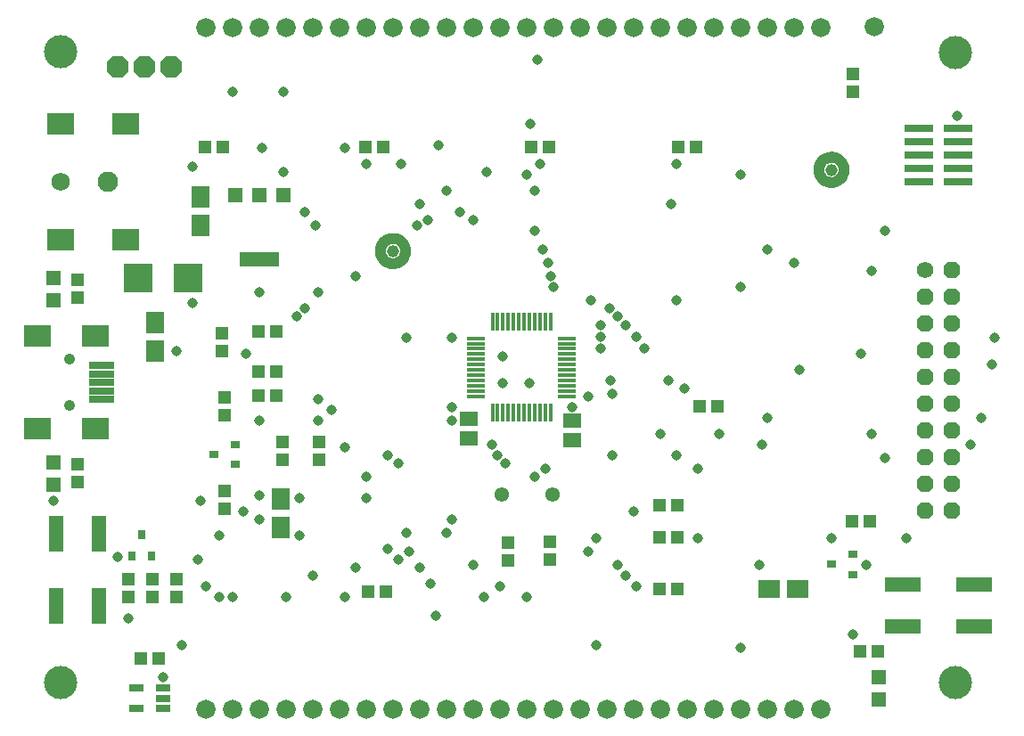
<source format=gts>
G75*
G70*
%OFA0B0*%
%FSLAX24Y24*%
%IPPOS*%
%LPD*%
%AMOC8*
5,1,8,0,0,1.08239X$1,22.5*
%
%ADD10R,0.0158X0.0651*%
%ADD11R,0.0651X0.0158*%
%ADD12R,0.0336X0.0296*%
%ADD13C,0.0545*%
%ADD14R,0.0454X0.0493*%
%ADD15R,0.0532X0.0532*%
%ADD16R,0.0493X0.0454*%
%ADD17R,0.0572X0.0572*%
%ADD18R,0.1477X0.0572*%
%ADD19R,0.0651X0.0828*%
%ADD20R,0.1005X0.0847*%
%ADD21C,0.0690*%
%ADD22C,0.0769*%
%ADD23OC8,0.0820*%
%ADD24C,0.0619*%
%ADD25OC8,0.0619*%
%ADD26R,0.0969X0.0257*%
%ADD27C,0.0414*%
%ADD28R,0.0651X0.0572*%
%ADD29C,0.0720*%
%ADD30R,0.1060X0.1060*%
%ADD31R,0.1320X0.0532*%
%ADD32R,0.1084X0.0316*%
%ADD33C,0.1241*%
%ADD34R,0.0828X0.0651*%
%ADD35R,0.0532X0.1320*%
%ADD36R,0.0296X0.0336*%
%ADD37R,0.0532X0.0277*%
%ADD38C,0.0394*%
%ADD39C,0.0454*%
%ADD40C,0.0383*%
D10*
X018817Y012637D03*
X019014Y012637D03*
X019211Y012637D03*
X019408Y012637D03*
X019605Y012637D03*
X019802Y012637D03*
X019998Y012637D03*
X020195Y012637D03*
X020392Y012637D03*
X020589Y012637D03*
X020786Y012637D03*
X020983Y012637D03*
X020983Y016022D03*
X020786Y016022D03*
X020589Y016022D03*
X020392Y016022D03*
X020195Y016022D03*
X019998Y016022D03*
X019802Y016022D03*
X019605Y016022D03*
X019408Y016022D03*
X019211Y016022D03*
X019014Y016022D03*
X018817Y016022D03*
D11*
X018207Y015412D03*
X018207Y015215D03*
X018207Y015019D03*
X018207Y014822D03*
X018207Y014625D03*
X018207Y014428D03*
X018207Y014231D03*
X018207Y014034D03*
X018207Y013837D03*
X018207Y013641D03*
X018207Y013444D03*
X018207Y013247D03*
X021593Y013247D03*
X021593Y013444D03*
X021593Y013641D03*
X021593Y013837D03*
X021593Y014034D03*
X021593Y014231D03*
X021593Y014428D03*
X021593Y014625D03*
X021593Y014822D03*
X021593Y015019D03*
X021593Y015215D03*
X021593Y015412D03*
D12*
X031500Y006956D03*
X032287Y006582D03*
X032287Y007330D03*
X009194Y010692D03*
X009194Y011440D03*
X008406Y011066D03*
D13*
X019150Y009559D03*
X021050Y009559D03*
D14*
X020950Y007794D03*
X020950Y007125D03*
X019408Y007114D03*
X019408Y007783D03*
X012325Y010859D03*
X012325Y011529D03*
X010969Y011529D03*
X010969Y010859D03*
X008800Y009700D03*
X008800Y009031D03*
X006992Y006394D03*
X006992Y005725D03*
X006103Y005725D03*
X006103Y006394D03*
X005203Y006394D03*
X005203Y005725D03*
X003300Y010028D03*
X003300Y010697D03*
X008800Y012531D03*
X008800Y013200D03*
X008700Y014931D03*
X008700Y015600D03*
X003300Y016928D03*
X003300Y017597D03*
X032300Y024631D03*
X032300Y025300D03*
D15*
X033250Y002720D03*
X033250Y001893D03*
X002400Y009949D03*
X002400Y010776D03*
X002400Y016849D03*
X002400Y017676D03*
D16*
X008065Y022566D03*
X008735Y022566D03*
X014065Y022566D03*
X014735Y022566D03*
X020265Y022566D03*
X020935Y022566D03*
X025765Y022566D03*
X026435Y022566D03*
X026565Y012866D03*
X027235Y012866D03*
X025735Y009163D03*
X025065Y009163D03*
X025065Y007956D03*
X025735Y007956D03*
X025735Y006050D03*
X025065Y006050D03*
X032265Y008556D03*
X032935Y008556D03*
X033247Y003709D03*
X032578Y003709D03*
X014835Y005950D03*
X014165Y005950D03*
X006335Y003450D03*
X005665Y003450D03*
X010065Y013266D03*
X010735Y013266D03*
X010735Y014166D03*
X010065Y014166D03*
X010065Y015666D03*
X010735Y015666D03*
D17*
X011006Y020767D03*
X010100Y020767D03*
X009194Y020767D03*
D18*
X010100Y018365D03*
D19*
X007900Y019624D03*
X007900Y020707D03*
X006200Y016007D03*
X006200Y014924D03*
X010900Y009407D03*
X010900Y008324D03*
D20*
X003978Y012030D03*
X001813Y012030D03*
X001813Y015495D03*
X003978Y015495D03*
X005091Y019100D03*
X002650Y019100D03*
X002650Y023431D03*
X005091Y023431D03*
D21*
X002650Y021266D03*
D22*
X004422Y021266D03*
D23*
X004813Y025578D03*
X005813Y025578D03*
X006813Y025578D03*
D24*
X035000Y017966D03*
D25*
X036000Y017966D03*
X036000Y016966D03*
X035000Y016966D03*
X035000Y015966D03*
X036000Y015966D03*
X036000Y014966D03*
X035000Y014966D03*
X035000Y013966D03*
X036000Y013966D03*
X036000Y012966D03*
X035000Y012966D03*
X035000Y011966D03*
X036000Y011966D03*
X036000Y010966D03*
X035000Y010966D03*
X035000Y009966D03*
X036000Y009966D03*
X036000Y008966D03*
X035000Y008966D03*
D26*
X004200Y013133D03*
X004200Y013448D03*
X004200Y013763D03*
X004200Y014078D03*
X004200Y014393D03*
D27*
X002994Y014629D03*
X002994Y012896D03*
D28*
X017937Y012408D03*
X017937Y011660D03*
X021800Y011592D03*
X021800Y012340D03*
D29*
X022100Y001550D03*
X021100Y001550D03*
X020100Y001550D03*
X019100Y001550D03*
X018100Y001550D03*
X017100Y001550D03*
X016100Y001550D03*
X015100Y001550D03*
X014100Y001550D03*
X013100Y001550D03*
X012100Y001550D03*
X011100Y001550D03*
X010100Y001550D03*
X009100Y001550D03*
X008100Y001550D03*
X023100Y001550D03*
X024100Y001550D03*
X025100Y001550D03*
X026100Y001550D03*
X027100Y001550D03*
X028100Y001550D03*
X029100Y001550D03*
X030100Y001550D03*
X031100Y001550D03*
X031100Y027050D03*
X030100Y027050D03*
X029100Y027050D03*
X028100Y027050D03*
X027100Y027050D03*
X026100Y027050D03*
X025100Y027050D03*
X024100Y027050D03*
X023100Y027050D03*
X022100Y027050D03*
X021100Y027050D03*
X020100Y027050D03*
X019100Y027050D03*
X018100Y027050D03*
X017100Y027050D03*
X016100Y027050D03*
X015100Y027050D03*
X014100Y027050D03*
X013100Y027050D03*
X012100Y027050D03*
X011100Y027050D03*
X010100Y027050D03*
X009100Y027050D03*
X008100Y027050D03*
X033100Y027066D03*
D30*
X007425Y017666D03*
X005575Y017666D03*
D31*
X034161Y006200D03*
X034161Y004625D03*
X036839Y004625D03*
X036839Y006200D03*
D32*
X036228Y021266D03*
X036228Y021766D03*
X036228Y022266D03*
X036228Y022766D03*
X036228Y023266D03*
X034772Y023266D03*
X034772Y022766D03*
X034772Y022266D03*
X034772Y021766D03*
X034772Y021266D03*
D33*
X002667Y002519D03*
X002667Y026125D03*
X036131Y026113D03*
X036131Y002519D03*
D34*
X030241Y006050D03*
X029159Y006050D03*
D35*
X004087Y005411D03*
X002513Y005411D03*
X002513Y008089D03*
X004087Y008089D03*
D36*
X005326Y007266D03*
X006074Y007266D03*
X005700Y008053D03*
D37*
X005488Y002324D03*
X005488Y001576D03*
X006512Y001576D03*
X006512Y001950D03*
X006512Y002324D03*
D38*
X014626Y018676D02*
X014628Y018719D01*
X014634Y018761D01*
X014644Y018803D01*
X014657Y018844D01*
X014674Y018884D01*
X014695Y018921D01*
X014719Y018957D01*
X014746Y018990D01*
X014776Y019021D01*
X014809Y019049D01*
X014844Y019074D01*
X014881Y019095D01*
X014920Y019113D01*
X014960Y019127D01*
X015002Y019138D01*
X015044Y019145D01*
X015087Y019148D01*
X015130Y019147D01*
X015173Y019142D01*
X015215Y019133D01*
X015256Y019121D01*
X015296Y019105D01*
X015334Y019085D01*
X015370Y019062D01*
X015404Y019035D01*
X015436Y019006D01*
X015464Y018974D01*
X015490Y018939D01*
X015512Y018903D01*
X015531Y018864D01*
X015546Y018824D01*
X015558Y018783D01*
X015566Y018740D01*
X015570Y018697D01*
X015570Y018655D01*
X015566Y018612D01*
X015558Y018569D01*
X015546Y018528D01*
X015531Y018488D01*
X015512Y018449D01*
X015490Y018413D01*
X015464Y018378D01*
X015436Y018346D01*
X015404Y018317D01*
X015370Y018290D01*
X015334Y018267D01*
X015296Y018247D01*
X015256Y018231D01*
X015215Y018219D01*
X015173Y018210D01*
X015130Y018205D01*
X015087Y018204D01*
X015044Y018207D01*
X015002Y018214D01*
X014960Y018225D01*
X014920Y018239D01*
X014881Y018257D01*
X014844Y018278D01*
X014809Y018303D01*
X014776Y018331D01*
X014746Y018362D01*
X014719Y018395D01*
X014695Y018431D01*
X014674Y018468D01*
X014657Y018508D01*
X014644Y018549D01*
X014634Y018591D01*
X014628Y018633D01*
X014626Y018676D01*
X031026Y021713D02*
X031028Y021756D01*
X031034Y021798D01*
X031044Y021840D01*
X031057Y021881D01*
X031074Y021921D01*
X031095Y021958D01*
X031119Y021994D01*
X031146Y022027D01*
X031176Y022058D01*
X031209Y022086D01*
X031244Y022111D01*
X031281Y022132D01*
X031320Y022150D01*
X031360Y022164D01*
X031402Y022175D01*
X031444Y022182D01*
X031487Y022185D01*
X031530Y022184D01*
X031573Y022179D01*
X031615Y022170D01*
X031656Y022158D01*
X031696Y022142D01*
X031734Y022122D01*
X031770Y022099D01*
X031804Y022072D01*
X031836Y022043D01*
X031864Y022011D01*
X031890Y021976D01*
X031912Y021940D01*
X031931Y021901D01*
X031946Y021861D01*
X031958Y021820D01*
X031966Y021777D01*
X031970Y021734D01*
X031970Y021692D01*
X031966Y021649D01*
X031958Y021606D01*
X031946Y021565D01*
X031931Y021525D01*
X031912Y021486D01*
X031890Y021450D01*
X031864Y021415D01*
X031836Y021383D01*
X031804Y021354D01*
X031770Y021327D01*
X031734Y021304D01*
X031696Y021284D01*
X031656Y021268D01*
X031615Y021256D01*
X031573Y021247D01*
X031530Y021242D01*
X031487Y021241D01*
X031444Y021244D01*
X031402Y021251D01*
X031360Y021262D01*
X031320Y021276D01*
X031281Y021294D01*
X031244Y021315D01*
X031209Y021340D01*
X031176Y021368D01*
X031146Y021399D01*
X031119Y021432D01*
X031095Y021468D01*
X031074Y021505D01*
X031057Y021545D01*
X031044Y021586D01*
X031034Y021628D01*
X031028Y021670D01*
X031026Y021713D01*
D39*
X031498Y021713D03*
X015098Y018676D03*
D40*
X016000Y019650D03*
X016400Y019850D03*
X016100Y020450D03*
X017100Y020950D03*
X017600Y020150D03*
X018100Y019850D03*
X018600Y021650D03*
X020100Y021550D03*
X020600Y021950D03*
X020400Y020950D03*
X020400Y019450D03*
X020700Y018750D03*
X020900Y018250D03*
X021000Y017750D03*
X021100Y017350D03*
X022500Y016850D03*
X023200Y016550D03*
X023500Y016250D03*
X023800Y015890D03*
X024200Y015470D03*
X024500Y015050D03*
X025400Y013850D03*
X026000Y013550D03*
X025100Y011850D03*
X025700Y011050D03*
X026500Y010550D03*
X027300Y011850D03*
X028900Y011450D03*
X029100Y012450D03*
X030300Y014250D03*
X032600Y014850D03*
X033000Y011850D03*
X033500Y010950D03*
X036700Y011450D03*
X037100Y012450D03*
X037500Y014450D03*
X037600Y015450D03*
X033000Y017950D03*
X033500Y019450D03*
X030100Y018250D03*
X029100Y018750D03*
X028100Y017350D03*
X025700Y016850D03*
X022880Y015890D03*
X022880Y015470D03*
X022880Y015050D03*
X023240Y013850D03*
X023300Y013350D03*
X022400Y013250D03*
X021800Y012850D03*
X020200Y013750D03*
X019200Y013750D03*
X019200Y014750D03*
X017300Y015450D03*
X015600Y015450D03*
X013700Y017750D03*
X012300Y017150D03*
X011800Y016550D03*
X011500Y016250D03*
X010100Y017150D03*
X007600Y016750D03*
X007000Y014950D03*
X009600Y014850D03*
X012300Y013150D03*
X012800Y012750D03*
X012300Y012350D03*
X013300Y011350D03*
X014100Y010250D03*
X014900Y011050D03*
X015300Y010750D03*
X014100Y009450D03*
X015600Y008150D03*
X014900Y007550D03*
X015300Y007150D03*
X015700Y007450D03*
X016100Y006850D03*
X016500Y006250D03*
X016700Y005050D03*
X018500Y005750D03*
X019100Y006150D03*
X020100Y005750D03*
X018100Y006950D03*
X017100Y008150D03*
X017300Y008650D03*
X019300Y010750D03*
X019000Y011050D03*
X018800Y011450D03*
X017300Y012350D03*
X017300Y012850D03*
X020400Y010250D03*
X020800Y010550D03*
X023300Y011050D03*
X024100Y008950D03*
X022700Y007950D03*
X022400Y007450D03*
X023500Y006950D03*
X023800Y006550D03*
X024200Y006150D03*
X026500Y007950D03*
X028800Y006950D03*
X031500Y007950D03*
X032800Y006950D03*
X034300Y007950D03*
X032300Y004350D03*
X028100Y003850D03*
X022700Y003950D03*
X013700Y006850D03*
X013300Y005750D03*
X012100Y006550D03*
X011100Y005750D03*
X009100Y005750D03*
X008600Y005750D03*
X008100Y006150D03*
X007800Y007150D03*
X008600Y008050D03*
X009500Y008950D03*
X010100Y008650D03*
X010100Y009550D03*
X011600Y009450D03*
X011600Y008050D03*
X007900Y009350D03*
X004800Y007250D03*
X002400Y009350D03*
X005200Y004950D03*
X007200Y003950D03*
X006500Y002750D03*
X010100Y012350D03*
X012200Y019650D03*
X011800Y020150D03*
X011000Y021650D03*
X010200Y022550D03*
X011000Y024650D03*
X009100Y024650D03*
X007600Y021850D03*
X013300Y022550D03*
X014100Y021950D03*
X015400Y021950D03*
X016800Y022650D03*
X020226Y023424D03*
X020500Y025850D03*
X025700Y021950D03*
X025500Y020450D03*
X028100Y021550D03*
X036200Y023750D03*
M02*

</source>
